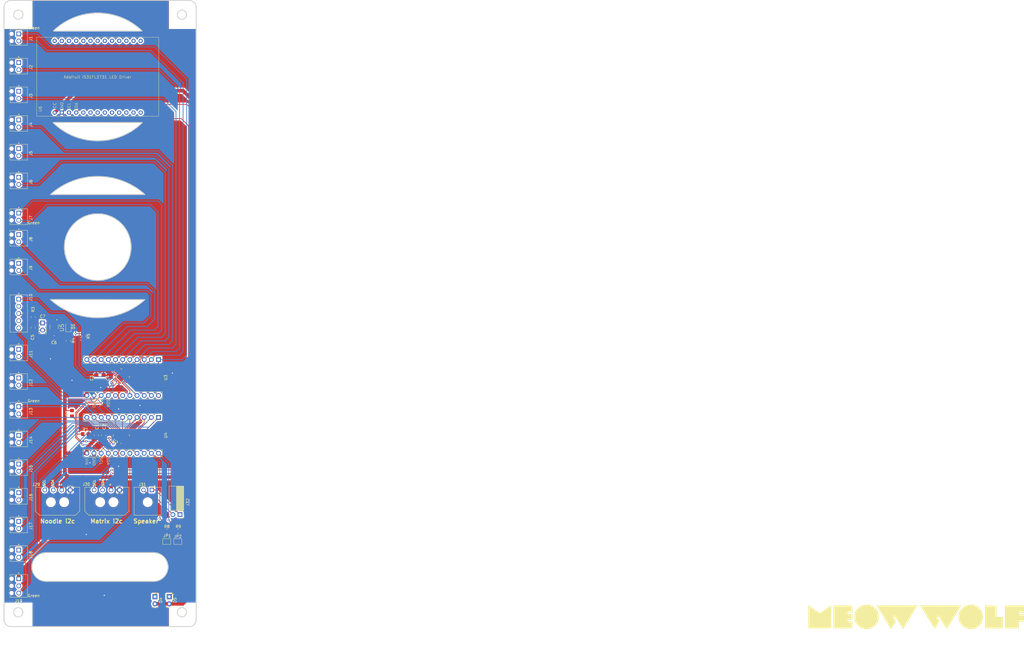
<source format=kicad_pcb>
(kicad_pcb (version 20221018) (generator pcbnew)
  (title_block (title "Darlu's Hand Scanner") (date "2024-08-03") (rev "v01") (company "Meow Wolf") (comment 1 "Daniel Bornhorst"))
  (layers (0 "F.Cu" signal) (31 "B.Cu" signal) (34 "B.Paste" user) (35 "F.Paste" user) (36 "B.SilkS" user "B.Silkscreen") (37 "F.SilkS" user "F.Silkscreen") (38 "B.Mask" user) (39 "F.Mask" user) (44 "Edge.Cuts" user))
  (net 0 "")
  (net 1 "VCC")
  (net 2 "GND")
  (net 3 "Net-(U5-SNSK)")
  (net 4 "Net-(U5-SNS)")
  (net 5 "Net-(D1-K)")
  (net 6 "NOOD_SDA")
  (net 7 "NOOD_SCL")
  (net 8 "MATRIX_SDA")
  (net 9 "MATRIX_SCL")
  (net 10 "Net-(J31-Pin_1)")
  (net 11 "Net-(J31-Pin_2)")
  (net 12 "P11_0")
  (net 13 "P11_2")
  (net 14 "P11_3")
  (net 15 "P01_0")
  (net 16 "P01_1")
  (net 17 "P01_2")
  (net 18 "P01_3")
  (net 19 "P01_4")
  (net 20 "P01_5")
  (net 21 "P01_6")
  (net 22 "P01_7")
  (net 23 "P11_4")
  (net 24 "P11_5")
  (net 25 "P11_6")
  (net 26 "P11_7")
  (net 28 "P12_0")
  (net 29 "P12_2")
  (net 30 "P12_3")
  (net 31 "P02_0")
  (net 32 "P02_1")
  (net 33 "P02_2")
  (net 34 "P02_3")
  (net 35 "P02_4")
  (net 36 "P02_5")
  (net 37 "P02_6")
  (net 38 "P02_7")
  (net 39 "P12_4")
  (net 40 "P12_5")
  (net 41 "P12_6")
  (net 42 "P12_7")
  (net 46 "P11_1")
  (net 49 "P12_1")
  (net 72 "Net-(D4-K)")
  (net 73 "Net-(D5-K)")
  (net 90 "CAP_WIRE")
  (footprint "Jumper:SolderJumper-2_P1.3mm_Open_TrianglePad1.0x1.5mm" (layer "F.Cu") (at 112.395 217.17)
    (fp_text reference "JP2")
    (fp_text value "SolderJumper_2_Open")
  )
  (footprint "my_footprints:MOLEX_MICROFIT-RA-2POS" (layer "F.Cu") (at 101.749 203.2)
    (fp_text reference "J31")
    (fp_text value "Speaker In")
  )
  (footprint "my_footprints:PHOENIX_1725656-2POS" (layer "F.Cu") (at 56.059 199.8472 -90)
    (fp_text reference "J16")
    (fp_text value "Phoenix _725656")
  )
  (footprint "my_footprints:SOT95P270X145-6N" (layer "F.Cu") (at 68.58 141.07 -90)
    (fp_text reference "U5")
    (fp_text value "AT42QT1010")
  )
  (footprint "my_footprints:PHOENIX_1725656-2POS" (layer "F.Cu") (at 56.059 47.4472 -90)
    (fp_text reference "J2")
    (fp_text value "Phoenix _725656")
  )
  (footprint "my_footprints:PHOENIX_1725656-2POS" (layer "F.Cu") (at 56.059 67.7672 -90)
    (fp_text reference "J4")
    (fp_text value "Phoenix _725656")
  )
  (footprint "Package_DFN_QFN:TQFN-24-1EP_4x4mm_P0.5mm_EP2.6x2.6mm" (layer "F.Cu") (at 92.409 179.5272 135)
    (fp_text reference "U2")
    (fp_text value "AW9523")
  )
  (footprint "Jumper:SolderJumper-2_P1.3mm_Open_TrianglePad1.0x1.5mm" (layer "F.Cu") (at 108.495 217.17)
    (fp_text reference "JP1")
    (fp_text value "SolderJumper_2_Open")
  )
  (footprint "LED_THT:LED_Rectangular_W5.0mm_H2.0mm" (layer "F.Cu") (at 104.319 236.6772 -90)
    (fp_text reference "D4")
    (fp_text value "LED_Small")
  )
  (footprint "Resistor_SMD:R_0805_2012Metric" (layer "F.Cu") (at 112.559 213.487)
    (fp_text reference "R9")
    (fp_text value "220")
  )
  (footprint "Resistor_SMD:R_0805_2012Metric" (layer "F.Cu") (at 73.66 146.05 90)
    (fp_text reference "R4")
    (fp_text value "1K")
  )
  (footprint "Capacitor_SMD:C_0805_2012Metric" (layer "F.Cu") (at 61.139 141.4272 -90)
    (fp_text reference "C5")
    (fp_text value "22nF")
  )
  (footprint "my_footprints:PHOENIX_1725656-2POS" (layer "F.Cu") (at 56.06 37.27 -90)
    (fp_text reference "J1")
    (fp_text value "Phoenix _725656")
  )
  (footprint "Resistor_SMD:R_0805_2012Metric" (layer "F.Cu") (at 108.5465 213.491)
    (fp_text reference "R8")
    (fp_text value "220")
  )
  (footprint "Resistor_SMD:R_0805_2012Metric_Pad1.20x1.40mm_HandSolder" (layer "F.Cu") (at 74.93 171.72 90)
    (fp_text reference "R2")
    (fp_text value "10k")
  )
  (footprint "my_footprints:PHOENIX_1725656-2POS" (layer "F.Cu") (at 56.059 77.9272 -90)
    (fp_text reference "J5")
    (fp_text value "Phoenix _725656")
  )
  (footprint "my_footprints:MOLEX_MICROFIT-RA-4POS" (layer "F.Cu") (at 87.274 203.2)
    (fp_text reference "J30")
    (fp_text value "Matrix i2c")
  )
  (footprint "my_footprints:PHOENIX_1725656-2POS" (layer "F.Cu") (at 56.059 189.6872 -90)
    (fp_text reference "J15")
    (fp_text value "Phoenix _725656")
  )
  (footprint "my_footprints:PHOENIX_1725685-5POS" (layer "F.Cu") (at 56.059 131.2672 -90)
    (fp_text reference "J10")
    (fp_text value "Phoenix_5POS_1725685")
  )
  (footprint "my_footprints:MOLEX_MICROFIT-RA-4POS" (layer "F.Cu") (at 69.799 203.2)
    (fp_text reference "J29")
    (fp_text value "n00d i2c")
  )
  (footprint "my_footprints:Adafruit IS31FL3731 LED Driver" (layer "F.Cu") (at 82.76 52.46 90)
    (fp_text reference "U6")
    (fp_text value "IS31FL3731 LED Driver")
  )
  (footprint "my_footprints:PHOENIX_1725656-2POS" (layer "F.Cu") (at 56.059 88.0872 -90)
    (fp_text reference "J6")
    (fp_text value "Phoenix _725656")
  )
  (footprint "Resistor_SMD:R_0805_2012Metric" (layer "F.Cu") (at 61.139 137.6172 90)
    (fp_text reference "R3")
    (fp_text value "10K")
  )
  (footprint "my_footprints:PHOENIX_1725656-2POS" (layer "F.Cu") (at 56.059 169.3672 -90)
    (fp_text reference "J13")
    (fp_text value "Phoenix _725656")
  )
  (footprint "Resistor_SMD:R_0805_2012Metric" (layer "F.Cu") (at 79.0975 144.4225 -90)
    (fp_text reference "R5")
    (fp_text value "10K")
  )
  (footprint "my_footprints:PHOENIX_1725656-2POS" (layer "F.Cu") (at 56.059 118.5672 -90)
    (fp_text reference "J9")
    (fp_text value "Phoenix _725656")
  )
  (footprint "my_footprints:PHOENIX_1725656-2POS" (layer "F.Cu") (at 56.059 100.7872 -90)
    (fp_text reference "J7")
    (fp_text value "Phoenix _725656")
  )
  (footprint "my_footprints:PHOENIX_1725656-2POS" (layer "F.Cu") (at 56.059 57.6072 -90)
    (fp_text reference "J3")
    (fp_text value "Phoenix _725656")
  )
  (footprint "my_footprints:PHOENIX_1725656-2POS" (layer "F.Cu") (at 56.059 159.2072 -90)
    (fp_text reference "J12")
    (fp_text value "Phoenix _725656")
  )
  (footprint "my_footprints:PHOENIX_1725669-3POS" (layer "F.Cu") (at 52.959 228.8272 -90)
    (fp_text reference "J19")
    (fp_text value "Phoenix_3POS_1725669")
  )
  (footprint "my_footprints:Adafruit_AW9523_GPIO_Expander" (layer "F.Cu") (at 94.159 159.04713 -90)
    (fp_text reference "U3")
    (fp_text value "AW9523 Expander")
  )
  (footprint "LED_SMD:LED_0805_2012Metric_Pad1.15x1.40mm_HandSolder" (layer "F.Cu") (at 73.66 140.97 90)
    (fp_text reference "D1")
    (fp_text value "LED_Small")
  )
  (footprint "Package_DFN_QFN:TQFN-24-1EP_4x4mm_P0.5mm_EP2.6x2.6mm" (layer "F.Cu") (at 92.409 158.82713 135)
    (fp_text reference "U1")
    (fp_text value "AW9523")
  )
  (footprint "Connector_PinHeader_2.54mm:PinHeader_1x02_P2.54mm_Vertical" (layer "F.Cu") (at 64.516 139.7)
    (fp_text reference "C7")
    (fp_text value "22nF")
  )
  (footprint "Capacitor_SMD:C_0805_2012Metric" (layer "F.Cu") (at 68.58 144.98 180)
    (fp_text reference "C6")
    (fp_text value "0.1uF")
  )
  (footprint "my_footprints:PHOENIX_1725656-2POS" (layer "F.Cu") (at 56.059 210.0072 -90)
    (fp_text reference "J17")
    (fp_text value "Phoenix _725656")
  )
  (footprint "Capacitor_SMD:C_0805_2012Metric_Pad1.18x1.45mm_HandSolder" (layer "F.Cu") (at 83.566 179.5057 90)
    (fp_text reference "C1")
    (fp_text value "10uF")
  )
  (footprint "Capacitor_SMD:C_0805_2012Metric_Pad1.18x1.45mm_HandSolder" (layer "F.Cu") (at 83.566 159.2365 90)
    (fp_text reference "C3")
    (fp_text value "10uF")
  )
  (footprint "my_footprints:PHOENIX_1725656-2POS" (layer "F.Cu") (at 56.059 179.5272 -90)
    (fp_text reference "J14")
    (fp_text value "Phoenix _725656")
  )
  (footprint "MeowWolf_Logos:MW_Logo_Horizontal_3.0inch" (layer "F.Cu") (at 374.015 243.84)
    (fp_text reference "G***" hide)
    (fp_text value "LOGO" hide)
  )
  (footprint "my_footprints:Adafruit_AW9523_GPIO_Expander" (layer "F.Cu") (at 94.159 179.5272 -90)
    (fp_text reference "U4")
    (fp_text value "AW9523 Expander")
  )
  (footprint "Capacitor_SMD:C_0805_2012Metric_Pad1.18x1.45mm_HandSolder" (layer "F.Cu") (at 86.106 179.5057 90)
    (fp_text reference "C2")
    (fp_text value "0.1uF")
  )
  (footprint "Connector_PinSocket_2.54mm:PinSocket_1x02_P2.54mm_Horizontal" (layer "F.Cu") (at 113.209 207.6 -90)
    (fp_text reference "J32")
    (fp_text value "Speaker")
  )
  (footprint "Resistor_SMD:R_0805_2012Metric_Pad1.20x1.40mm_HandSolder" (layer "F.Cu") (at 79.74 179.07)
    (fp_text reference "R1")
    (fp_text value "10k")
  )
  (footprint "Capacitor_SMD:C_0805_2012Metric_Pad1.18x1.45mm_HandSolder" (layer "F.Cu") (at 86.106 159.2365 90)
    (fp_text reference "C4")
    (fp_text value "0.1uF")
  )
  (footprint "my_footprints:PHOENIX_1725656-2POS" (layer "F.Cu") (at 56.059 149.0472 -90)
    (fp_text reference "J11")
    (fp_text value "Phoenix _725656")
  )
  (footprint "my_footprints:PHOENIX_1725656-2POS" (layer "F.Cu") (at 56.059 220.1672 -90)
    (fp_text reference "J18")
    (fp_text value "Phoenix _725656")
  )
  (footprint "my_footprints:PHOENIX_1725656-2POS" (layer "F.Cu") (at 56.059 108.4072 -90)
    (fp_text reference "J8")
    (fp_text value "Phoenix _725656")
  )
  (footprint "LED_THT:LED_Rectangular_W5.0mm_H2.0mm" (layer "F.Cu") (at 109.399 236.6772 -90)
    (fp_text reference "D5")
    (fp_text value "LED_Small")
  )
  (gr_line (start 68.208218 68.681076) (end 99.839232 68.713621) (stroke (width 0.25)) (layer "Edge.Cuts"))
  (gr_circle (center 84.040363 112.815858) (end 95.825963 112.815858) (stroke (width 0.25)) (fill none) (layer "Edge.Cuts"))
  (gr_curve (pts (xy 53.362626 247.2944) (xy 51.959822 247.2944) (xy 50.822626 246.157204) (xy 50.822626 244.7544)) (stroke (width 0.25)) (layer "Edge.Cuts"))
  (gr_line (start 116.405426 247.2944) (end 53.362626 247.2944) (stroke (width 0.25)) (layer "Edge.Cuts"))
  (gr_line (start 118.945426 244.7544) (end 118.945426 27.94) (stroke (width 0.25)) (layer "Edge.Cuts"))
  (gr_curve (pts (xy 103.851279 221.087215) (xy 106.656886 221.087215) (xy 108.931279 223.361608) (xy 108.931279 226.167215)) (stroke (width 0.25)) (layer "Edge.Cuts"))
  (gr_curve (pts (xy 99.74552 36.249771) (xy 90.982608 27.794923) (xy 77.099027 27.794667) (xy 68.335804 36.249193)) (stroke (width 0.25)) (layer "Edge.Cuts"))
  (gr_circle (center 55.902626 30.48) (end 57.540926 30.48) (stroke (width 0.25)) (fill none) (layer "Edge.Cuts"))
  (gr_circle (center 84.040363 112.815858) (end 95.825963 112.815858) (stroke (width 0.25)) (fill none) (layer "Edge.Cuts"))
  (gr_curve (pts (xy 50.822626 27.94) (xy 50.822626 26.537197) (xy 51.959822 25.4) (xy 53.362626 25.4)) (stroke (width 0.25)) (layer "Edge.Cuts"))
  (gr_circle (center 113.865426 242.2144) (end 115.503726 242.2144) (stroke (width 0.25)) (fill none) (layer "Edge.Cuts"))
  (gr_curve (pts (xy 118.945426 244.7544) (xy 118.945426 246.157204) (xy 117.808229 247.2944) (xy 116.405426 247.2944)) (stroke (width 0.25)) (layer "Edge.Cuts"))
  (gr_circle (center 113.865426 30.48) (end 115.503726 30.48) (stroke (width 0.25)) (fill none) (layer "Edge.Cuts"))
  (gr_line (start 100.73241 131.45254) (end 67.31 131.418152) (stroke (width 0.25)) (layer "Edge.Cuts"))
  (gr_curve (pts (xy 65.802079 231.247215) (xy 62.996473 231.247215) (xy 60.722079 228.972821) (xy 60.722079 226.167215)) (stroke (width 0.25)) (layer "Edge.Cuts"))
  (gr_line (start 53.362626 247.2944) (end 116.405426 247.2944) (stroke (width 0.25)) (layer "Edge.Cuts"))
  (gr_line (start 50.822626 27.94) (end 50.822626 244.7544) (stroke (width 0.25)) (layer "Edge.Cuts"))
  (gr_line (start 100.73241 94.179176) (end 67.31 94.213565) (stroke (width 0.25)) (layer "Edge.Cuts"))
  (gr_curve (pts (xy 68.208218 68.681076) (xy 76.990196 77.288129) (xy 91.03956 77.302584) (xy 99.839232 68.713621)) (stroke (width 0.25)) (layer "Edge.Cuts"))
  (gr_curve (pts (xy 60.722079 226.167215) (xy 60.722079 223.361608) (xy 62.996473 221.087215) (xy 65.802079 221.087215)) (stroke (width 0.25)) (layer "Edge.Cuts"))
  (gr_curve (pts (xy 67.31 131.418152) (xy 76.808246 139.960599) (xy 91.216605 139.975424) (xy 100.73241 131.45254)) (stroke (width 0.25)) (layer "Edge.Cuts"))
  (gr_curve (pts (xy 108.931279 226.167215) (xy 108.931279 223.361608) (xy 106.656886 221.087215) (xy 103.851279 221.087215)) (stroke (width 0.25)) (layer "Edge.Cuts"))
  (gr_line (start 50.822626 244.7544) (end 50.822626 27.94) (stroke (width 0.25)) (layer "Edge.Cuts"))
  (gr_line (start 103.851279 221.087215) (end 65.802079 221.087215) (stroke (width 0.25)) (layer "Edge.Cuts"))
  (gr_curve (pts (xy 99.839232 68.713621) (xy 91.03956 77.302584) (xy 76.990196 77.288129) (xy 68.208218 68.681076)) (stroke (width 0.25)) (layer "Edge.Cuts"))
  (gr_curve (pts (xy 50.822626 244.7544) (xy 50.822626 246.157204) (xy 51.959822 247.2944) (xy 53.362626 247.2944)) (stroke (width 0.25)) (layer "Edge.Cuts"))
  (gr_circle (center 113.865426 30.48) (end 115.503726 30.48) (stroke (width 0.25)) (fill none) (layer "Edge.Cuts"))
  (gr_line (start 99.839232 68.713621) (end 68.208218 68.681076) (stroke (width 0.25)) (layer "Edge.Cuts"))
  (gr_circle (center 55.902626 30.48) (end 57.540926 30.48) (stroke (width 0.25)) (fill none) (layer "Edge.Cuts"))
  (gr_line (start 53.362626 25.4) (end 116.405426 25.4) (stroke (width 0.25)) (layer "Edge.Cuts"))
  (gr_line (start 68.335804 36.249193) (end 99.74552 36.249771) (stroke (width 0.25)) (layer "Edge.Cuts"))
  (gr_line (start 65.802079 221.087215) (end 103.851279 221.087215) (stroke (width 0.25)) (layer "Edge.Cuts"))
  (gr_curve (pts (xy 60.722079 226.167215) (xy 60.722079 228.972821) (xy 62.996473 231.247215) (xy 65.802079 231.247215)) (stroke (width 0.25)) (layer "Edge.Cuts"))
  (gr_line (start 67.31 94.213565) (end 100.73241 94.179176) (stroke (width 0.25)) (layer "Edge.Cuts"))
  (gr_curve (pts (xy 100.73241 94.179176) (xy 91.216605 85.656293) (xy 76.808246 85.671118) (xy 67.31 94.213565)) (stroke (width 0.25)) (layer "Edge.Cuts"))
  (gr_curve (pts (xy 67.31 131.418152) (xy 76.808246 139.960599) (xy 91.216605 139.975424) (xy 100.73241 131.45254)) (stroke (width 0.25)) (layer "Edge.Cuts"))
  (gr_curve (pts (xy 116.405426 25.4) (xy 117.808229 25.4) (xy 118.945426 26.537197) (xy 118.945426 27.94)) (stroke (width 0.25)) (layer "Edge.Cuts"))
  (gr_curve (pts (xy 99.74552 36.249771) (xy 90.982608 27.794923) (xy 77.099027 27.794667) (xy 68.335804 36.249193)) (stroke (width 0.25)) (layer "Edge.Cuts"))
  (gr_curve (pts (xy 116.405426 247.2944) (xy 117.808229 247.2944) (xy 118.945426 246.157204) (xy 118.945426 244.7544)) (stroke (width 0.25)) (layer "Edge.Cuts"))
  (gr_line (start 103.851279 231.247215) (end 65.802079 231.247215) (stroke (width 0.25)) (layer "Edge.Cuts"))
  (gr_circle (center 113.865426 242.2144) (end 115.503726 242.2144) (stroke (width 0.25)) (fill none) (layer "Edge.Cuts"))
  (gr_line (start 118.945426 27.94) (end 118.945426 244.7544) (stroke (width 0.25)) (layer "Edge.Cuts"))
  (gr_curve (pts (xy 103.851279 231.247215) (xy 106.656886 231.247215) (xy 108.931279 228.972821) (xy 108.931279 226.167215)) (stroke (width 0.25)) (layer "Edge.Cuts"))
  (gr_line (start 100.73241 131.45254) (end 67.31 131.418152) (stroke (width 0.25)) (layer "Edge.Cuts"))
  (gr_curve (pts (xy 65.802079 221.087215) (xy 62.996473 221.087215) (xy 60.722079 223.361608) (xy 60.722079 226.167215)) (stroke (width 0.25)) (layer "Edge.Cuts"))
  (gr_curve (pts (xy 67.31 94.213565) (xy 76.808246 85.671118) (xy 91.216605 85.656293) (xy 100.73241 94.179176)) (stroke (width 0.25)) (layer "Edge.Cuts"))
  (gr_curve (pts (xy 118.945426 27.94) (xy 118.945426 26.537197) (xy 117.808229 25.4) (xy 116.405426 25.4)) (stroke (width 0.25)) (layer "Edge.Cuts"))
  (gr_circle (center 55.902626 242.2144) (end 57.540926 242.2144) (stroke (width 0.25)) (fill none) (layer "Edge.Cuts"))
  (gr_curve (pts (xy 108.931279 226.167215) (xy 108.931279 228.972821) (xy 106.656886 231.247215) (xy 103.851279 231.247215)) (stroke (width 0.25)) (layer "Edge.Cuts"))
  (gr_curve (pts (xy 53.362626 25.4) (xy 51.959822 25.4) (xy 50.822626 26.537197) (xy 50.822626 27.94)) (stroke (width 0.25)) (layer "Edge.Cuts"))
  (gr_line (start 65.802079 231.247215) (end 103.851279 231.247215) (stroke (width 0.25)) (layer "Edge.Cuts"))
  (gr_line (start 68.335804 36.249193) (end 99.74552 36.249771) (stroke (width 0.25)) (layer "Edge.Cuts"))
  (gr_circle (center 55.902626 242.2144) (end 57.540926 242.2144) (stroke (width 0.25)) (fill none) (layer "Edge.Cuts"))
  (gr_line (start 116.405426 25.4) (end 53.362626 25.4) (stroke (width 0.25)) (layer "Edge.Cuts"))
  (gr_text "Green" (at 59.16 35.77) (layer "F.SilkS") (effects (font (size 1 1)) (justify left bottom)))
  (gr_text "Matrix i2c\n" (at 81.28 210.82) (layer "F.SilkS") (effects (font (size 1.5 1.5) (thickness 0.3) bold) (justify left bottom)))
  (gr_text "Green" (at 59.159 236.9072) (layer "F.SilkS") (effects (font (size 1 1)) (justify left bottom)))
  (gr_text "SCL" (at 65.532 197.612 90) (layer "F.SilkS") (effects (font (size 0.8001 0.8001) (thickness 0.1905) bold) (justify left bottom)))
  (gr_text "+\n" (at 71.628 197.612 90) (layer "F.SilkS") (effects (font (size 0.8001 0.8001) (thickness 0.1905) bold) (justify left bottom)))
  (gr_text "SDA" (at 68.58 197.612 90) (layer "F.SilkS") (effects (font (size 0.8001 0.8001) (thickness 0.1905) bold) (justify left bottom)))
  (gr_text "Speaker\n" (at 96.52 210.82) (layer "F.SilkS") (effects (font (size 1.5 1.5) (thickness 0.3) bold) (justify left bottom)))
  (gr_text "Green" (at 59.159 167.8672) (layer "F.SilkS") (effects (font (size 1 1)) (justify left bottom)))
  (gr_text "+\n" (at 88.9 197.612 90) (layer "F.SilkS") (effects (font (size 0.8001 0.8001) (thickness 0.1905) bold) (justify left bottom)))
  (gr_text "Green" (at 59.159 104.8272) (layer "F.SilkS") (effects (font (size 1 1)) (justify left bottom)))
  (gr_text "SCL" (at 83.312 197.612 90) (layer "F.SilkS") (effects (font (size 0.8001 0.8001) (thickness 0.1905) bold) (justify left bottom)))
  (gr_text "SDA" (at 86.36 197.612 90) (layer "F.SilkS") (effects (font (size 0.8001 0.8001) (thickness 0.1905) bold) (justify left bottom)))
  (gr_text "Noodle i2c" (at 63.5 210.82) (layer "F.SilkS") (effects (font (size 1.5 1.5) (thickness 0.3) bold) (justify left bottom)))
  (segment (start 118.210426 187.097574) (end 118.210426 61.341) (width 1.27) (layer "F.Cu") (net 1))
  (segment (start 89.668956 162.045044) (end 90.764977 160.949023) (width 0.254) (layer "F.Cu") (net 1))
  (segment (start 73.533 194.31) (end 72.39 193.167) (width 1.27) (layer "F.Cu") (net 1))
  (segment (start 56.059 225.881) (end 78.74 203.2) (width 1.27) (layer "F.Cu") (net 1))
  (segment (start 80.74 179.8) (end 82.5246 181.5846) (width 0.254) (layer "F.Cu") (net 1))
  (segment (start 71.299 196.544) (end 73.533 194.31) (width 1.27) (layer "F.Cu") (net 1))
  (segment (start 78.74 194.31) (end 88.773 194.31) (width 1.27) (layer "F.Cu") (net 1))
  (segment (start 72.39 170.18) (end 72.39 165.1) (width 1.27) (layer "F.Cu") (net 1))
  (segment (start 72.39 193.167) (end 72.39 185.42) (width 1.27) (layer "F.Cu") (net 1))
  (segment (start 90.551 181.031647) (end 90.96827 180.614377) (width 0.254) (layer "F.Cu") (net 1))
  (segment (start 72.39 150.4582) (end 69.53 147.5982) (width 1.27) (layer "F.Cu") (net 1))
  (segment (start 118.210426 61.341) (end 114.273426 57.404) (width 1.27) (layer "F.Cu") (net 1))
  (segment (start 90.551 181.61) (end 90.551 181.031647) (width 0.254) (layer "F.Cu") (net 1))
  (segment (start 110.998 194.31) (end 118.210426 187.097574) (width 1.27) (layer "F.Cu") (net 1))
  (segment (start 117.195 236.189868) (end 114.167668 239.2172) (width 1.27) (layer "F.Cu") (net 1))
  (segment (start 89.535 182.626) (end 90.551 181.61) (width 0.254) (layer "F.Cu") (net 1))
  (segment (start 88.773 194.31) (end 110.998 194.31) (width 1.27) (layer "F.Cu") (net 1))
  (segment (start 88.865093 180.5432) (end 90.259749 179.148544) (width 0.254) (layer "F.Cu") (net 1))
  (segment (start 72.8472 185.8772) (end 80.189 185.8772) (width 1.27) (layer "F.Cu") (net 1))
  (segment (start 72.39 165.1) (end 72.68713 165.39713) (width 1.27) (layer "F.Cu") (net 1))
  (segment (start 68.58 142.24) (end 68.58 144.03) (width 0.2) (layer "F.Cu") (net 1))
  (segment (start 110.998 194.31) (end 117.195 200.507) (width 1.27) (layer "F.Cu") (net 1))
  (segment (start 88.774 198.88) (end 88.774 194.311) (width 1.27) (layer "F.Cu") (net 1))
  (segment (start 114.167668 239.2172) (end 109.399 239.2172) (width 1.27) (layer "F.Cu") (net 1))
  (segment (start 90.764977 160.1176) (end 90.96827 159.914307) (width 0.254) (layer "F.Cu") (net 1))
  (segment (start 72.39 185.42) (end 72.39 170.18) (width 1.27) (layer "F.Cu") (net 1))
  (segment (start 83.566 160.274) (end 86.106 160.274) (width 1.27) (layer "F.Cu") (net 1))
  (segment (start 80.189 183.9202) (end 82.5246 181.5846) (width 1.27) (layer "F.Cu") (net 1))
  (segment (start 117.195 200.507) (end 117.195 236.189868) (width 1.27) (layer "F.Cu") (net 1))
  (segment (start 104.319 239.2172) (end 109.399 239.2172) (width 1.27) (layer "F.Cu") (net 1))
  (segment (start 91.347767 160.949023) (end 91.675377 160.621413) (width 0.254) (layer "F.Cu") (net 1))
  (segment (start 73.533 194.31) (end 78.74 194.31) (width 1.27) (layer "F.Cu") (net 1))
  (segment (start 90.551 181.61) (end 91.38686 181.61) (width 0.254) (layer "F.Cu") (net 1))
  (segment (start 83.566 180.5432) (end 86.106 180.5432) (width 1.27) (layer "F.Cu") (net 1))
  (segment (start 80.189 185.8772) (end 80.189 183.9202) (width 1.27) (layer "F.Cu") (net 1))
  (segment (start 86.106 180.5432) (end 88.865093 180.5432) (width 0.254) (layer "F.Cu") (net 1))
  (segment (start 72.93 170.72) (end 72.39 170.18) (width 0.254) (layer "F.Cu") (net 1))
  (segment (start 72.39 165.1) (end 72.39 150.4582) (width 1.27) (layer "F.Cu") (net 1))
  (segment (start 87.877044 162.045044) (end 89.668956 162.045044) (width 0.254) (layer "F.Cu") (net 1))
  (segment (start 71.299 198.5772) (end 71.299 196.544) (width 1.27) (layer "F.Cu") (net 1))
  (segment (start 68.58 144.03) (end 69.53 144.98) (width 0.2) (layer "F.Cu") (net 1))
  (segment (start 74.93 170.72) (end 72.93 170.72) (width 0.254) (layer "F.Cu") (net 1))
  (segment (start 114.273426 57.404) (end 76.546 57.404) (width 1.27) (layer "F.Cu") (net 1))
  (segment (start 90.764977 160.949023) (end 90.764977 160.1176) (width 0.254) (layer "F.Cu") (net 1))
  (segment (start 72.39 185.42) (end 72.8472 185.8772) (width 1.27) (layer "F.Cu") (net 1))
  (segment (start 76.546 57.404) (end 68.79 65.16) (width 1.27) (layer "F.Cu") (net 1))
  (segment (start 72.68713 165.39713) (end 80.189 165.39713) (width 1.27) (layer "F.Cu") (net 1))
  (segment (start 69.53 147.5982) (end 69.53 144.98) (width 1.27) (layer "F.Cu") (net 1))
  (segment (start 91.38686 181.61) (end 91.675377 181.321483) (width 0.254) (layer "F.Cu") (net 1))
  (segment (start 86.106 160.274) (end 87.877044 162.045044) (width 0.254) (layer "F.Cu") (net 1))
  (segment (start 80.189 163.651) (end 83.566 160.274) (width 1.27) (layer "F.Cu") (net 1))
  (segment (start 80.74 179.07) (end 80.74 179.8) (width 0.254) (layer "F.Cu") (net 1))
  (segment (start 56.059 230.3272) (end 56.059 225.881) (width 1.27) (layer "F.Cu") (net 1))
  (segment (start 90.764977 160.949023) (end 91.347767 160.949023) (width 0.254) (layer "F.Cu") (net 1))
  (segment (start 69.53 142.24) (end 68.58 142.24) (width 0.2) (layer "F.Cu") (net 1))
  (segment (start 82.5246 181.5846) (end 83.566 180.5432) (width 1.27) (layer "F.Cu") (net 1))
  (segment (start 78.74 203.2) (end 78.74 194.31) (width 1.27) (layer "F.Cu") (net 1))
  (segment (start 80.189 165.39713) (end 80.189 163.651) (width 1.27) (layer "F.Cu") (net 1))
  (segment (start 88.774 194.311) (end 88.773 194.31) (width 1.27) (layer "F.Cu") (net 1))
  (via (at 89.535 182.626) (size 0.8) (drill 0.4) (layers "F.Cu" "B.Cu") (net 1))
  (via (at 88.138 180.5432) (size 0.8) (drill 0.4) (layers "F.Cu" "B.Cu") (net 1))
  (segment (start 88.138 180.5432) (end 88.138 181.229) (width 0.254) (layer "B.Cu") (net 1))
  (segment (start 88.138 181.229) (end 89.535 182.626) (width 0.254) (layer "B.Cu") (net 1))
  (segment (start 97.79 175.26) (end 99.06 173.99) (width 0.254) (layer "F.Cu") (net 2))
  (segment (start 92.409 179.5272) (end 92.762553 179.5272) (width 0.254) (layer "F.Cu") (net 2))
  (segment (start 92.02893 160.974967) (end 91.44 161.563897) (width 0.254) (layer "F.Cu") (net 2))
  (segment (start 97.029753 175.26) (end 97.79 175.26) (width 0.254) (layer "F.Cu") (net 2))
  (segment (start 110.49 153.67) (end 110.49 157.48) (width 0.254) (layer "F.Cu") (net 2))
  (segment (start 78.74 156.21) (end 74.93 160.02) (width 0.254) (layer "F.Cu") (net 2))
  (segment (start 92.409 158.82713) (end 92.762553 158.82713) (width 0.254) (layer "F.Cu") (net 2))
  (segment (start 81.28 156.21) (end 78.74 156.21) (width 0.254) (layer "F.Cu") (net 2))
  (segment (start 93.84973 178.440023) (end 97.029753 175.26) (width 0.254) (layer "F.Cu") (net 2))
  (segment (start 90.261163 158.44706) (end 88.024103 156.21) (width 0.254) (layer "F.Cu") (net 2))
  (segment (start 101.823021 149.86) (end 106.68 149.86) (width 0.254) (layer "F.Cu") (net 2))
  (segment (start 82.729 185.8772) (end 82.729 187.781) (width 1.27) (layer "F.Cu") (net 2))
  (segment (start 92.02893 181.675037) (end 91.44 182.263967) (width 0.254) (layer "F.Cu") (net 2))
  (segment (start 88.024103 156.21) (end 81.28 156.21) (width 0.254) (layer "F.Cu") (net 2))
  (segment (start 91.44 182.263967) (end 91.44 190.5) (width 0.254) (layer "F.Cu") (net 2))
  (segment (start 82.729 187.781) (end 81.28 189.23) (width 1.27) (layer "F.Cu") (net 2))
  (segment (start 92.762553 158.82713) (end 93.84973 157.739953) (width 0.254) (layer "F.Cu") (net 2))
  (segment (start 99.06 173.99) (end 99.06 168.91) (width 0.254) (layer "F.Cu") (net 2))
  (segment (start 96.2406 156.9974) (end 99.106068 154.131932) (width 0.254) (layer "F.Cu") (net 2))
  (segment (start 92.762553 179.5272) (end 93.84973 178.440023) (width 0.254) (layer "F.Cu") (net 2))
  (segment (start 91.44 161.563897) (end 91.44 170.18) (width 0.254) (layer "F.Cu") (net 2))
  (segment (start 106.68 149.86) (end 110.49 153.67) (width 0.254) (layer "F.Cu") (net 2))
  (segment (start 94.592283 156.9974) (end 96.2406 156.9974) (width 0.254) (layer "F.Cu") (net 2))
  (segment (start 99.106068 152.576953) (end 101.823021 149.86) (width 0.254) (layer "F.Cu") (net 2))
  (segment (start 99.106068 154.131932) (end 99.106068 152.576953) (width 0.254) (layer "F.Cu") (net 2))
  (segment (start 93.84973 157.739953) (end 94.592283 156.9974) (width 0.254) (layer "F.Cu") (net 2))
  (via (at 67.31 152.4) (size 0.8) (drill 0.4) (layers "F.Cu" "B.Cu") (net 2))
  (via (at 85.09 162.56) (size 0.8) (drill 0.4) (layers "F.Cu" "B.Cu") (net 2))
  (via (at 91.44 170.18) (size 0.8) (drill 0.4) (layers "F.Cu" "B.Cu") (net 2))
  (via (at 110.49 157.48) (size 0.8) (drill 0.4) (layers "F.Cu" "B.Cu") (net 2))
  (via (at 99.06 168.91) (size 0.8) (drill 0.4) (layers "F.Cu" "B.Cu") (net 2))
  (via (at 80.01 214.63) (size 0.8) (drill 0.4) (layers "F.Cu" "B.Cu") (net 2))
  (via (at 91.44 190.5) (size 0.8) (drill 0.4) (layers "F.Cu" "B.Cu") (net 2))
  (via (at 74.93 160.02) (size 0.8) (drill 0.4) (layers "F.Cu" "B.Cu") (net 2))
  (via (at 81.28 189.23) (size 0.8) (drill 0.4) (layers "F.Cu" "B.Cu") (net 2))
  (via (at 86.36 236.22) (size 0.8) (drill 0.4) (layers "F.Cu" "B.Cu") (net 2))
  (segment (start 69.73187 152.4) (end 67.31 152.4) (width 1.27) (layer "B.Cu") (net 2))
  (segment (start 82.729 165.39713) (end 69.73187 152.4) (width 1.27) (layer "B.Cu") (net 2))
  (segment (start 64.516 139.7) (end 63.246 139.7) (width 0.254) (layer "F.Cu") (net 3))
  (segment (start 67.43 139.7) (end 67.63 139.9) (width 0.254) (layer "F.Cu") (net 3))
  (segment (start 61.139 140.4772) (end 61.139 138.5297) (width 0.254) (layer "F.Cu") (net 3))
  (segment (start 63.246 139.7) (end 62.4688 140.4772) (width 0.254) (layer "F.Cu") (net 3))
  (segment (start 64.516 139.7) (end 67.43 139.7) (width 0.254) (layer "F.Cu") (net 3))
  (segment (start 62.4688 140.4772) (end 61.139 140.4772) (width 0.254) (layer "F.Cu") (net 3))
  (segment (start 61.2762 142.24) (end 61.139 142.3772) (width 0.254) (layer "F.Cu") (net 4))
  (segment (start 64.516 142.24) (end 61.2762 142.24) (width 0.254) (layer "F.Cu") (net 4))
  (segment (start 64.516 142.24) (end 67.63 142.24) (width 0.254) (layer "F.Cu") (net 4))
  (segment (start 73.66 141.995) (end 73.66 145.1375) (width 0.254) (layer "F.Cu") (net 5))
  (segment (start 78.74 179.07) (end 76.654 179.07) (width 0.254) (layer "F.Cu") (net 6))
  (segment (start 78.112052 181.61) (end 76.654 180.151948) (width 0.254) (layer "F.Cu") (net 6))
  (segment (start 80.01 181.61) (end 78.112052 181.61) (width 0.254) (layer "F.Cu") (net 6))
  (segment (start 89.409044 160.766426) (end 90.614717 159.560753) (width 0.254) (layer "F.Cu") (net 6))
  (segment (start 90.614717 180.260823) (end 87.809 183.06654) (width 0.2) (layer "F.Cu") (net 6))
  (segment (start 76.654 180.151948) (end 76.654 179.07) (width 0.254) (layer "F.Cu") (net 6))
  (segment (start 85.11213 168.094) (end 87.809 165.39713) (width 0.254) (layer "F.Cu") (net 6))
  (segment (start 76.654 179.07) (end 76.654 177.8) (width 0.254) (layer "F.Cu") (net 6))
  (segment (start 87.809 183.06654) (end 87.809 185.8772) (width 0.2) (layer "F.Cu") (net 6))
  (segment (start 89.409044 161.418044) (end 89.409044 160.766426) (width 0.254) (layer "F.Cu") (net 6))
  (segment (start 76.654 171.638052) (end 80.198052 168.094) (width 0.254) (layer "F.Cu") (net 6))
  (segment (start 80.198052 168.094) (end 85.11213 168.094) (width 0.254) (layer "F.Cu") (net 6))
  (segment (start 76.654 177.8) (end 76.654 171.638052) (width 0.254) (layer "F.Cu") (net 6))
  (via (at 89.409044 161.418044) (size 0.8) (drill 0.4) (layers "F.Cu" "B.Cu") (net 6))
  (via (at 80.01 181.61) (size 0.8) (drill 0.4) (layers "F.Cu" "B.Cu") (net 6))
  (segment (start 85.09 193.04) (end 87.809 190.321) (width 0.254) (layer "B.Cu") (net 6))
  (segment (start 87.809 190.321) (end 87.809 185.8772) (width 0.254) (layer "B.Cu") (net 6))
  (segment (start 89.409044 163.797086) (end 89.409044 161.418044) (width 0.254) (layer "B.Cu") (net 6))
  (segment (start 73.8362 193.04) (end 85.09 193.04) (width 0.254) (layer "B.Cu") (net 6))
  (segment (start 87.809 165.39713) (end 89.409044 163.797086) (width 0.254) (layer "B.Cu") (net 6))
  (segment (start 68.299 198.5772) (end 73.8362 193.04) (width 0.254) (layer "B.Cu") (net 6))
  (segment (start 83.5418 181.61) (end 80.01 181.61) (width 0.254) (layer "B.Cu") (net 6))
  (segment (start 87.809 185.8772) (end 83.5418 181.61) (width 0.254) (layer "B.Cu") (net 6))
  (segment (start 76.2 173.99) (end 76.2 171.45) (width 0.254) (layer "F.Cu") (net 7))
  (segment (start 76.2 180.34) (end 76.2 173.99) (width 0.254) (layer "F.Cu") (net 7))
  (segment (start 85.269 184.899433) (end 85.269 185.8772) (width 0.2) (layer "F.Cu") (net 7))
  (segment (start 88.773 160.782) (end 88.773 160.695363) (width 0.254) (layer "F.Cu") (net 7))
  (segment (start 83.02613 167.64) (end 85.269 165.39713) (width 0.254) (layer "F.Cu") (net 7))
  (segment (start 88.773 160.695363) (end 90.261163 159.2072) (width 0.254) (layer "F.Cu") (net 7))
  (segment (start 80.01 167.64) (end 83.02613 167.64) (width 0.254) (layer "F.Cu") (net 7))
  (segment (start 76.2 171.45) (end 80.01 167.64) (width 0.254) (layer "F.Cu") (net 7))
  (segment (start 74.93 172.72) (end 76.2 173.99) (width 0.254) (layer "F.Cu") (net 7))
  (segment (start 78.74 182.88) (end 76.2 180.34) (width 0.254) (layer "F.Cu") (net 7))
  (segment (start 90.261163 179.90727) (end 85.269 184.899433) (width 0.2) (layer "F.Cu") (net 7))
  (via (at 88.773 160.782) (size 0.8) (drill 0.4) (layers "F.Cu" "B.Cu") (net 7))
  (via (at 78.74 182.88) (size 0.8) (drill 0.4) (layers "F.Cu" "B.Cu") (net 7))
  (segment (start 65.299 198.5772) (end 72.1062 191.77) (width 0.254) (layer "B.Cu") (net 7))
  (segment (start 85.269 189.051) (end 85.269 185.8772) (width 0.254) (layer "B.Cu") (net 7))
  (segment (start 82.55 191.77) (end 85.269 189.051) (width 0.254) (layer "B.Cu") (net 7))
  (segment (start 88.773 161.89313) (end 88.773 160.782) (width 0.254) (layer "B.Cu") (net 7))
  (segment (start 72.1062 191.77) (end 82.55 191.77) (width 0.254) (layer "B.Cu") (net 7))
  (segment (start 85.269 165.39713) (end 88.773 161.89313) (width 0.254) (layer "B.Cu") (net 7))
  (segment (start 85.269 185.8772) (end 82.2718 182.88) (width 0.254) (layer "B.Cu") (net 7))
  (segment (start 82.2718 182.88) (end 78.74 182.88) (width 0.254) (layer "B.Cu") (net 7))
  (segment (start 116.84 63.5) (end 115.57 62.23) (width 0.254) (layer "F.Cu") (net 8))
  (segment (start 88.9 193.04) (end 110.49 193.04) (width 0.254) (layer "F.Cu") (net 8))
  (segment (start 116.84 186.69) (end 116.84 63.5) (width 0.254) (layer "F.Cu") (net 8))
  (segment (start 110.49 193.04) (end 116.84 186.69) (width 0.254) (layer "F.Cu") (net 8))
  (segment (start 115.57 62.23) (end 79.34 62.23) (width 0.254) (layer "F.Cu") (net 8))
  (segment (start 79.34 62.23) (end 76.41 65.16) (width 0.254) (layer "F.Cu") (net 8))
  (via (at 88.9 193.04) (size 0.8) (drill 0.4) (layers "F.Cu" "B.Cu") (net 8))
  (segment (start 85.774 196.166) (end 88.9 193.04) (width 0.254) (layer "B.Cu") (net 8))
  (segment (start 85.774 198.88) (end 85.774 196.166) (width 0.254) (layer "B.Cu") (net 8))
  (segment (start 116.205 69.85) (end 113.665 67.31) (width 0.254) (layer "F.Cu") (net 9))
  (segment (start 76.02 67.31) (end 73.87 65.16) (width 0.254) (layer "F.Cu") (net 9))
  (segment (start 88.9 191.77) (end 110.49 191.77) (width 0.254) (layer "F.Cu") (net 9))
  (segment (start 113.665 67.31) (end 76.02 67.31) (width 0.254) (layer "F.Cu") (net 9))
  (segment (start 116.205 186.055) (end 116.205 69.85) (width 0.254) (layer "F.Cu") (net 9))
  (segment (start 110.49 191.77) (end 116.205 186.055) (width 0.254) (layer "F.Cu") (net 9))
  (via (at 88.9 191.77) (size 0.8) (drill 0.4) (layers "F.Cu" "B.Cu") (net 9))
  (segment (start 82.774 197.896) (end 88.9 191.77) (width 0.254) (layer "B.Cu") (net 9))
  (segment (start 82.774 198.88) (end 82.774 197.896) (width 0.254) (layer "B.Cu") (net 9))
  (segment (start 104.489 198.88) (end 113.209 207.6) (width 0.254) (layer "F.Cu") (net 10))
  (segment (start 103.249 198.88) (end 104.489 198.88) (width 0.254) (layer "F.Cu") (net 10))
  (segment (start 102.029 200.66) (end 103.729 200.66) (width 0.254) (layer "F.Cu") (net 11))
  (segment (start 100.249 198.88) (end 102.029 200.66) (width 0.254) (layer "F.Cu") (net 11))
  (segment (start 103.729 200.66) (end 110.669 207.6) (width 0.254) (layer "F.Cu") (net 11))
  (segment (start 73.615 139.9) (end 73.66 139.945) (width 0.254) (layer "F.Cu") (net 12))
  (segment (start 76.2 142.485) (end 73.66 139.945) (width 0.254) (layer "F.Cu") (net 12))
  (segment (start 95.429 163.614897) (end 95.429 165.39713) (width 0.254) (layer "F.Cu") (net 12))
  (segment (start 92.78907 160.974967) (end 95.429 163.614897) (width 0.254) (layer "F.Cu") (net 12))
  (segment (start 76.2 143.51) (end 79.0975 143.51) (width 0.254) (layer "F.Cu") (net 12))
  (segment (start 69.53 139.9) (end 73.615 139.9) (width 0.254) (layer "F.Cu") (net 12))
  (segment (start 76.2 143.51) (end 76.2 142.485) (width 0.254) (layer "F.Cu") (net 12))
  (via (at 76.2 143.51) (size 0.8) (drill 0.4) (layers "F.Cu" "B.Cu") (net 12))
  (segment (start 80.01 158.75) (end 76.2 154.94) (width 0.254) (layer "B.Cu") (net 12))
  (segment (start 88.78187 158.75) (end 80.01 158.75) (width 0.254) (layer "B.Cu") (net 12))
  (segment (start 76.2 154.94) (end 76.2 143.51) (width 0.254) (layer "B.Cu") (net 12))
  (segment (start 95.429 165.39713) (end 88.78187 158.75) (width 0.254) (layer "B.Cu") (net 12))
  (segment (start 95.971 160.85913) (end 94.087447 160.85913) (width 0.254) (layer "F.Cu") (net 13))
  (segment (start 94.087447 160.85913) (end 93.496177 160.26786) (width 0.254) (layer "F.Cu") (net 13))
  (segment (start 100.509 165.39713) (end 95.971 160.85913) (width 0.254) (layer "F.Cu") (net 13))
  (segment (start 93.84973 159.914307) (end 94.286553 160.35113) (width 0.254) (layer "F.Cu") (net 14))
  (segment (start 98.003 160.35113) (end 103.049 165.39713) (width 0.254) (layer "F.Cu") (net 14))
  (segment (start 94.286553 160.35113) (end 98.003 160.35113) (width 0.254) (layer "F.Cu") (net 14))
  (segment (start 100.035 159.84313) (end 105.589 165.39713) (width 0.254) (layer "F.Cu") (net 15))
  (segment (start 94.48566 159.84313) (end 100.035 159.84313) (width 0.254) (layer "F.Cu") (net 15))
  (segment (start 94.203283 159.560753) (end 94.48566 159.84313) (width 0.254) (layer "F.Cu") (net 15))
  (segment (start 105.589 153.80113) (end 100.184345 159.205785) (width 0.254) (layer "F.Cu") (net 16))
  (segment (start 100.184345 159.205785) (end 94.558251 159.205786) (width 0.254) (layer "F.Cu") (net 16))
  (segment (start 105.589 152.69713) (end 105.589 153.80113) (width 0.254) (layer "F.Cu") (net 16))
  (segment (start 62.67 37.27) (end 56.06 37.27) (width 0.254) (layer "B.Cu") (net 16))
  (segment (start 67.31 41.91) (end 62.67 37.27) (width 0.254) (layer "B.Cu") (net 16))
  (segment (start 104.14 41.91) (end 67.31 41.91) (width 0.254) (layer "B.Cu") (net 16))
  (segment (start 115.57 53.34) (end 104.14 41.91) (width 0.254) (layer "B.Cu") (net 16))
  (segment (start 115.57 151.13) (end 115.57 53.34) (width 0.254) (layer "B.Cu") (net 16))
  (segment (start 114.00287 152.69713) (end 115.57 151.13) (width 0.254) (layer "B.Cu") (net 16))
  (segment (start 105.589 152.69713) (end 114.00287 152.69713) (width 0.254) (layer "B.Cu") (net 16))
  (segment (start 103.049 152.69713) (end 97.29907 158.44706) (width 0.254) (layer "F.Cu") (net 17))
  (segment (start 97.29907 158.44706) (end 94.556837 158.44706) (width 0.254) (layer "F.Cu") (net 17))
  (segment (start 102.87 43.18) (end 66.04 43.18) (width 0.254) (layer "B.Cu") (net 17))
  (segment (start 114.3 54.61) (end 102.87 43.18) (width 0.254) (layer "B.Cu") (net 17))
  (segment (start 114.3 149.86) (end 114.3 54.61) (width 0.254) (layer "B.Cu") (net 17))
  (segment (start 113.03 151.13) (end 114.3 149.86) (width 0.254) (layer "B.Cu") (net 17))
  (segment (start 62.67 39.81) (end 56.06 39.81) (width 0.254) (layer "B.Cu") (net 17))
  (segment (start 66.04 43.18) (end 62.67 39.81) (width 0.254) (layer "B.Cu") (net 17))
  (segment (start 104.61613 151.13) (end 113.03 151.13) (width 0.254) (layer "B.Cu") (net 17))
  (segment (start 103.049 152.69713) (end 104.61613 151.13) (width 0.254) (layer "B.Cu") (net 17))
  (segment (start 96.566986 157.890214) (end 100.509 153.9482) (width 0.254) (layer "F.Cu") (net 18))
  (segment (start 100.509 153.9482) (end 100.509 152.69713) (width 0.254) (layer "F.Cu") (net 18))
  (segment (start 94.203283 158.093507) (end 94.406576 157.890214) (width 0.254) (layer "F.Cu") (net 18))
  (segment (start 94.406576 157.890214) (end 96.566986 157.890214) (width 0.254) (layer "F.Cu") (net 18))
  (segment (start 105.8672 49.9872) (end 56.059 49.9872) (width 0.254) (layer "B.Cu") (net 18))
  (segment (start 100.509 152.69713) (end 103.34613 149.86) (width 0.254) (layer "B.Cu") (net 18))
  (segment (start 113.03 57.15) (end 105.8672 49.9872) (width 0.254) (layer "B.Cu") (net 18))
  (segment (start 103.34613 149.86) (end 111.76 149.86) (width 0.254) (layer "B.Cu") (net 18))
  (segment (start 111.76 149.86) (end 113.03 148.59) (width 0.254) (layer "B.Cu") (net 18))
  (segment (start 113.03 148.59) (end 113.03 57.15) (width 0.254) (layer "B.Cu") (net 18))
  (segment (start 93.496177 157.3864) (end 97.969 152.913577) (width 0.254) (layer "F.Cu") (net 19))
  (segment (start 97.969 152.913577) (end 97.969 152.69713) (width 0.254) (layer "F.Cu") (net 19))
  (segment (start 97.969 152.69713) (end 102.07613 148.59) (width 0.254) (layer "B.Cu") (net 19))
  (segment (start 110.49 148.59) (end 111.76 147.32) (width 0.254) (layer "B.Cu") (net 19))
  (segment (start 102.07613 148.59) (end 110.49 148.59) (width 0.254) (layer "B.Cu") (net 19))
  (segment (start 111.76 64.77) (end 107.1372 60.1472) (width 0.254) (layer "B.Cu") (net 19))
  (segment (start 107.1372 60.1472) (end 56.059 60.1472) (width 0.254) (layer "B.Cu") (net 19))
  (segment (start 111.76 147.32) (end 111.76 64.77) (width 0.254) (layer "B.Cu") (net 19))
  (segment (start 93.142623 157.032847) (end 95.429 154.74647) (width 0.254) (layer "F.Cu") (net 20))
  (segment (start 95.429 154.74647) (end 95.429 152.69713) (width 0.254) (layer "F.Cu") (net 20))
  (segment (start 72.39 78.74) (end 63.9572 70.3072) (width 0.254) (layer "B.Cu") (net 20))
  (segment (start 110.49 83.82) (end 105.41 78.74) (width 0.254) (layer "B.Cu") (net 20))
  (segment (start 100.80613 147.32) (end 109.22 147.32) (width 0.254) (layer "B.Cu") (net 20))
  (segment (start 105.41 78.74) (end 72.39 78.74) (width 0.254) (layer "B.Cu") (net 20))
  (segment (start 110.49 146.05) (end 110.49 83.82) (width 0.254) (layer "B.Cu") (net 20))
  (segment (start 63.9572 70.3072) (end 56.059 70.3072) (width 0.254) (layer "B.Cu") (net 20))
  (segment (start 109.22 147.32) (end 110.49 146.05) (width 0.254) (layer "B.Cu") (net 20))
  (segment (start 95.429 152.69713) (end 100.80613 147.32) (width 0.254) (layer "B.Cu") (net 20))
  (segment (start 92.889 152.69713) (end 92.889 156.576534) (width 0.254) (layer "F.Cu") (net 21))
  (segment (start 92.889 156.576534) (end 92.787655 156.677879) (width 0.254) (layer "F.Cu") (net 21))
  (segment (start 99.53613 146.05) (end 107.95 146.05) (width 0.254) (layer "B.Cu") (net 21))
  (segment (start 104.5972 80.4672) (end 56.059 80.4672) (width 0.254) (layer "B.Cu") (net 21))
  (segment (start 109.22 144.78) (end 109.22 85.09) (width 0.254) (layer "B.Cu") (net 21))
  (segment (start 107.95 146.05) (end 109.22 144.78) (width 0.254) (layer "B.Cu") (net 21))
  (segment (start 92.889 152.69713) (end 99.53613 146.05) (width 0.254) (layer "B.Cu") (net 21))
  (segment (start 109.22 85.09) (end 104.5972 80.4672) (width 0.254) (layer "B.Cu") (net 21))
  (segment (start 90.349 152.69713) (end 90.349 154.996534) (width 0.254) (layer "F.Cu") (net 22))
  (segment (start 90.349 154.996534) (end 92.030345 156.677879) (width 0.254) (layer "F.Cu") (net 22))
  (segment (start 63.0428 90.6272) (end 56.059 90.6272) (width 0.254) (layer "B.Cu") (net 22))
  (segment (start 107.95 143.51) (end 107.95 86.36) (width 0.254) (layer "B.Cu") (net 22))
  (segment (start 107.95 86.36) (end 104.14 82.55) (width 0.254) (layer "B.Cu") (net 22))
  (segment (start 106.68 144.78) (end 107.95 143.51) (width 0.254) (layer "B.Cu") (net 22))
  (segment (start 104.14 82.55) (end 71.12 82.55) (width 0.254) (layer "B.Cu") (net 22))
  (segment (start 98.26613 144.78) (end 106.68 144.78) (width 0.254) (layer "B.Cu") (net 22))
  (segment (start 90.349 152.69713) (end 98.26613 144.78) (width 0.254) (layer "B.Cu") (net 22))
  (segment (start 71.12 82.55) (end 63.0428 90.6272) (width 0.254) (layer "B.Cu") (net 22))
  (segment (start 87.809 153.16647) (end 87.809 152.69713) (width 0.254) (layer "F.Cu") (net 23))
  (segment (start 91.675377 157.032847) (end 87.809 153.16647) (width 0.254) (layer "F.Cu") (net 23))
  (segment (start 60.96 96.52) (end 56.6928 100.7872) (width 0.254) (layer "B.Cu") (net 23))
  (segment (start 105.41 96.52) (end 60.96 96.52) (width 0.254) (layer "B.Cu") (net 23))
  (segment (start 106.68 142.24) (end 106.68 97.79) (width 0.254) (layer "B.Cu") (net 23))
  (segment (start 87.809 152.69713) (end 96.99613 143.51) (width 0.254) (layer "B.Cu") (net 23))
  (segment (start 105.41 143.51) (end 106.68 142.24) (width 0.254) (layer "B.Cu") (net 23))
  (segment (start 96.99613 143.51) (end 105.41 143.51) (width 0.254) (layer "B.Cu") (net 23))
  (segment (start 56.6928 100.7872) (end 56.059 100.7872) (width 0.254) (layer "B.Cu") (net 23))
  (segment (start 106.68 97.79) (end 105.41 96.52) (width 0.254) (layer "B.Cu") (net 23))
  (segment (start 91.321823 157.3864) (end 88.703633 154.76821) (width 0.254) (layer "F.Cu") (net 24))
  (segment (start 87.34008 154.76821) (end 85.269 152.69713) (width 0.254) (layer "F.Cu") (net 24))
  (segment (start 88.703633 154.76821) (end 87.34008 154.76821) (width 0.254) (layer "F.Cu") (net 24))
  (segment (start 66.04 97.79) (end 60.5028 103.3272) (width 0.254) (layer "B.Cu") (net 24))
  (segment (start 85.269 152.69713) (end 95.72613 142.24) (width 0.254) (layer "B.Cu") (net 24))
  (segment (start 60.5028 103.3272) (end 56.059 103.3272) (width 0.254) (layer "B.Cu") (net 24))
  (segment (start 95.72613 142.24) (end 104.14 142.24) (width 0.254) (layer "B.Cu") (net 24))
  (segment (start 104.14 142.24) (end 105.41 140.97) (width 0.254) (layer "B.Cu") (net 24))
  (segment (start 105.41 100.33) (end 102.87 97.79) (width 0.254) (layer "B.Cu") (net 24))
  (segment (start 105.41 140.97) (end 105.41 100.33) (width 0.254) (layer "B.Cu") (net 24))
  (segment (start 102.87 97.79) (end 66.04 97.79) (width 0.254) (layer "B.Cu") (net 24))
  (segment (start 82.729 152.69713) (end 85.303 155.27113) (width 0.254) (layer "F.Cu") (net 25))
  (segment (start 88.499447 155.27113) (end 90.96827 157.739953) (width 0.254) (layer "F.Cu") (net 25))
  (segment (start 85.303 155.27113) (end 88.499447 155.27113) (width 0.254) (layer "F.Cu") (net 25))
  (segment (start 70.8418 125.73) (end 56.059 110.9472) (width 0.254) (layer "B.Cu") (net 25))
  (segment (start 94.45613 140.97) (end 101.6 140.97) (width 0.254) (layer "B.Cu") (net 25))
  (segment (start 82.729 152.69713) (end 94.45613 140.97) (width 0.254) (layer "B.Cu") (net 25))
  (segment (start 101.6 125.73) (end 70.8418 125.73) (width 0.254) (layer "B.Cu") (net 25))
  (segment (start 104.14 128.27) (end 101.6 125.73) (width 0.254) (layer "B.Cu") (net 25))
  (segment (start 104.14 138.43) (end 104.14 128.27) (width 0.254) (layer "B.Cu") (net 25))
  (segment (start 101.6 140.97) (end 104.14 138.43) (width 0.254) (layer "B.Cu") (net 25))
  (segment (start 83.271 155.77913) (end 88.30034 155.77913) (width 0.254) (layer "F.Cu") (net 26))
  (segment (start 88.30034 155.77913) (end 90.614717 158.093507) (width 0.254) (layer "F.Cu") (net 26))
  (segment (start 80.189 152.69713) (end 83.271 155.77913) (width 0.254) (layer "F.Cu") (net 26))
  (segment (start 80.189 152.69713) (end 93.18613 139.7) (width 0.254) (layer "B.Cu") (net 26))
  (segment (start 102.87 129.54) (end 101.6 128.27) (width 0.254) (layer "B.Cu") (net 26))
  (segment (start 63.2218 128.27) (end 56.059 121.1072) (width 0.254) (layer "B.Cu") (net 26))
  (segment (start 93.18613 139.7) (end 100.33 139.7) (width 0.254) (layer "B.Cu") (net 26))
  (segment (start 100.33 139.7) (end 102.87 137.16) (width 0.254) (layer "B.Cu") (net 26))
  (segment (start 102.87 137.16) (end 102.87 129.54) (width 0.254) (layer "B.Cu") (net 26))
  (segment (start 101.6 128.27) (end 63.2218 128.27) (width 0.254) (layer "B.Cu") (net 26))
  (segment (start 92.78907 181.675037) (end 95.429 184.314967) (width 0.2) (layer "F.Cu") (net 28))
  (segment (start 95.429 184.314967) (end 95.429 185.8772) (width 0.2) (layer "F.Cu") (net 28))
  (segment (start 59.69 231.7762) (end 56.059 235.4072) (width 0.254) (layer "B.Cu") (net 28))
  (segment (start 95.429 206.831) (end 85.09 217.17) (width 0.254) (layer "B.Cu") (net 28))
  (segment (start 95.429 185.8772) (end 95.429 206.831) (width 0.254) (layer "B.Cu") (net 28))
  (segment (start 59.69 223.52) (end 59.69 231.7762) (width 0.254) (layer "B.Cu") (net 28))
  (segment (start 85.09 217.17) (end 66.04 217.17) (width 0.254) (layer "B.Cu") (net 28))
  (segment (start 66.04 217.17) (end 59.69 223.52) (width 0.254) (layer "B.Cu") (net 28))
  (segment (start 93.496177 180.96793) (end 94.595447 182.0672) (width 0.2) (layer "F.Cu") (net 29))
  (segment (start 94.595447 182.0672) (end 96.699 182.0672) (width 0.2) (layer "F.Cu") (net 29))
  (segment (start 96.699 182.0672) (end 100.509 185.8772) (width 0.2) (layer "F.Cu") (net 29))
  (segment (start 93.84973 180.614377) (end 94.053023 180.81767) (width 0.2) (layer "F.Cu") (net 30))
  (segment (start 94.053023 180.81767) (end 97.98947 180.81767) (width 0.2) (layer "F.Cu") (net 30))
  (segment (start 97.98947 180.81767) (end 103.049 185.8772) (width 0.2) (layer "F.Cu") (net 30))
  (segment (start 106.045 208.915) (end 107.634 210.504) (width 0.254) (layer "F.Cu") (net 30))
  (segment (start 107.634 210.504) (end 107.634 213.491) (width 0.254) (layer "F.Cu") (net 30))
  (segment (start 107.634 217.034) (end 107.77 217.17) (width 0.254) (layer "F.Cu") (net 30))
  (segment (start 107.634 213.491) (end 107.634 217.034) (width 0.254) (layer "F.Cu") (net 30))
  (via (at 106.045 208.915) (size 0.8) (drill 0.4) (layers "F.Cu" "B.Cu") (net 30))
  (segment (start 106.045 188.8732) (end 106.045 208.915) (width 0.254) (layer "B.Cu") (net 30))
  (segment (start 103.049 185.8772) (end 106.045 188.8732) (width 0.254) (layer "B.Cu") (net 30))
  (segment (start 111.6465 211.9765) (end 111.6465 213.487) (width 0.254) (layer "F.Cu") (net 31))
  (segment (start 111.6465 217.1465) (end 111.67 217.17) (width 0.254) (layer "F.Cu") (net 31))
  (segment (start 100.175916 180.464116) (end 105.589 185.8772) (width 0.2) (layer "F.Cu") (net 31))
  (segment (start 94.406576 180.464116) (end 100.175916 180.464116) (width 0.2) (layer "F.Cu") (net 31))
  (segment (start 111.6465 213.487) (end 111.6465 217.1465) (width 0.254) (layer "F.Cu") (net 31))
  (segment (start 109.22 209.55) (end 111.6465 211.9765) (width 0.254) (layer "F.Cu") (net 31))
  (segment (start 94.203283 180.260823) (end 94.406576 180.464116) (width 0.2) (layer "F.Cu") (net 31))
  (via (at 109.22 209.55) (size 0.8) (drill 0.4) (layers "F.Cu" "B.Cu") (net 31))
  (segment (start 105.589 185.8772) (end 109.22 189.5082) (width 0.254) (layer "B.Cu") (net 31))
  (segment (start 109.22 189.5082) (end 109.22 209.55) (width 0.254) (layer "B.Cu") (net 31))
  (segment (start 98.85893 179.90727) (end 105.589 173.1772) (width 0.254) (layer "F.Cu") (net 32))
  (segment (start 94.556837 179.90727) (end 98.85893 179.90727) (width 0.254) (layer "F.Cu") (net 32))
  (segment (start 82.4558 176.6242) (end 73.66 185.42) (width 0.254) (layer "B.Cu") (net 32))
  (segment (start 73.66 185.42) (end 63.5 195.58) (width 0.254) (layer "B.Cu") (net 32))
  (segment (start 63.5 195.58) (end 63.5 198.12) (width 0.254) (layer "B.Cu") (net 32))
  (segment (start 58.42 230.5062) (end 58.42 229.87) (width 0.254) (layer "B.Cu") (net 32))
  (segment (start 63.5 218.44) (end 58.42 223.52) (width 0.254) (layer "B.Cu") (net 32))
  (segment (start 63.5 198.12) (end 63.5 218.44) (width 0.254) (layer "B.Cu") (net 32))
  (segment (start 56.059 232.8672) (end 58.42 230.5062) (width 0.254) (layer "B.Cu") (net 32))
  (segment (start 105.589 173.1772) (end 102.142 176.6242) (width 0.254) (layer "B.Cu") (net 32))
  (segment (start 102.142 176.6242) (end 82.4558 176.6242) (width 0.254) (layer "B.Cu") (net 32))
  (segment (start 58.42 223.52) (end 58.42 229.87) (width 0.254) (layer "B.Cu") (net 32))
  (segment (start 97.07907 179.14713) (end 103.049 173.1772) (width 0.254) (layer "F.Cu") (net 33))
  (segment (start 94.556837 179.14713) (end 97.07907 179.14713) (width 0.254) (layer "F.Cu") (net 33))
  (segment (start 103.049 173.1772) (end 100.056 176.1702) (width 0.254) (layer "B.Cu") (net 33))
  (segment (start 62.23 193.04) (end 62.23 216.5362) (width 0.254) (layer "B.Cu") (net 33))
  (segment (start 79.0998 176.1702) (end 62.23 193.04) (width 0.254) (layer "B.Cu") (net 33))
  (segment (start 100.056 176.1702) (end 79.0998 176.1702) (width 0.254) (layer "B.Cu") (net 33))
  (segment (start 62.23 216.5362) (end 56.059 222.7072) (width 0.254) (layer "B.Cu") (net 33))
  (segment (start 95.19686 177.8) (end 94.203283 178.793577) (width 0.254) (layer "F.Cu") (net 34))
  (segment (start 100.509 173.1772) (end 100.509 175.081) (width 0.254) (layer "F.Cu") (net 34))
  (segment (start 99.81966 173.1772) (end 100.509 173.1772) (width 0.254) (layer "F.Cu") (net 34))
  (segment (start 100.509 175.081) (end 97.79 177.8) (width 0.254) (layer "F.Cu") (net 34))
  (segment (start 97.79 177.8) (end 95.19686 177.8) (width 0.254) (layer "F.Cu") (net 34))
  (segment (start 100.509 173.1772) (end 97.97 175.7162) (width 0.254) (layer "B.Cu") (net 34))
  (segment (start 97.97 175.7162) (end 77.0138 175.7162) (width 0.254) (layer "B.Cu") (net 34))
  (segment (start 59.69 193.04) (end 59.69 208.9162) (width 0.254) (layer "B.Cu") (net 34))
  (segment (start 77.0138 175.7162) (end 59.69 193.04) (width 0.254) (layer "B.Cu") (net 34))
  (segment (start 59.69 208.9162) (end 56.059 212.5472) (width 0.254) (layer "B.Cu") (net 34))
  (segment (start 97.969 173.613647) (end 97.969 173.1772) (width 0.254) (layer "F.Cu") (net 35))
  (segment (start 93.496177 178.08647) (end 97.969 173.613647) (width 0.254) (layer "F.Cu") (net 35))
  (segment (start 57.211 192.979) (end 57.211 201.2352) (width 0.254) (layer "B.Cu") (net 35))
  (segment (start 74.9278 175.2622) (end 57.211 192.979) (width 0.254) (layer "B.Cu") (net 35))
  (segment (start 95.884 175.2622) (end 74.9278 175.2622) (width 0.254) (layer "B.Cu") (net 35))
  (segment (start 97.969 173.1772) (end 95.884 175.2622) (width 0.254) (layer "B.Cu") (net 35))
  (segment (start 57.211 201.2352) (end 56.059 202.3872) (width 0.254) (layer "B.Cu") (net 35))
  (segment (start 95.429 175.44654) (end 95.429 173.1772) (width 0.254) (layer "F.Cu") (net 36))
  (segment (start 93.142623 177.732917) (end 95.429 175.44654) (width 0.254) (layer "F.Cu") (net 36))
  (segment (start 93.798 174.8082) (end 73.478 174.8082) (width 0.254) (layer "B.Cu") (net 36))
  (segment (start 73.478 174.8082) (end 56.059 192.2272) (width 0.254) (layer "B.Cu") (net 36))
  (segment (start 95.429 173.1772) (end 93.798 174.8082) (width 0.254) (layer "B.Cu") (net 36))
  (segment (start 92.78907 173.27713) (end 92.889 173.1772) (width 0.254) (layer "F.Cu") (net 37))
  (segment (start 92.78907 177.379363) (end 92.78907 173.27713) (width 0.254) (layer "F.Cu") (net 37))
  (segment (start 63.772 174.3542) (end 56.059 182.0672) (width 0.254) (layer "B.Cu") (net 37))
  (segment (start 91.712 174.3542) (end 63.772 174.3542) (width 0.254) (layer "B.Cu") (net 37))
  (segment (start 92.889 173.1772) (end 91.712 174.3542) (width 0.254) (layer "B.Cu") (net 37))
  (segment (start 92.02893 177.379363) (end 90.349 175.699433) (width 0.254) (layer "F.Cu") (net 38))
  (segment (start 90.349 175.699433) (end 90.349 173.1772) (width 0.254) (layer "F.Cu") (net 38))
  (segment (start 58.42 151.13) (end 58.42 146.05) (width 0.254) (layer "B.Cu") (net 38))
  (segment (start 58.42 146.05) (end 56.059 143.689) (width 0.254) (layer "B.Cu") (net 38))
  (segment (start 56.059 143.689) (end 56.059 141.4272) (width 0.254) (layer "B.Cu") (net 38))
  (segment (start 73.86413 166.57413) (end 58.42 151.13) (width 0.254) (layer "B.Cu") (net 38))
  (segment (start 90.349 173.1772) (end 83.74593 166.57413) (width 0.254) (layer "B.Cu") (net 38))
  (segment (start 83.74593 166.57413) (end 73.86413 166.57413) (width 0.254) (layer "B.Cu") (net 38))
  (segment (start 87.809 173.86654) (end 87.809 173.1772) (width 0.254) (layer "F.Cu") (net 39))
  (segment (start 91.675377 177.732917) (end 87.809 173.86654) (width 0.254) (layer "F.Cu") (net 39))
  (segment (start 57.6072 151.5872) (end 56.059 151.5872) (width 0.254) (layer "B.Cu") (net 39))
  (segment (start 73.04813 167.02813) (end 57.6072 151.5872) (width 0.254) (layer "B.Cu") (net 39))
  (segment (start 81.65993 167.02813) (end 73.04813 167.02813) (width 0.254) (layer "B.Cu") (net 39))
  (segment (start 87.809 173.1772) (end 81.65993 167.02813) (width 0.254) (layer "B.Cu") (net 39))
  (segment (start 87.682553 174.4472) (end 86.539 174.4472) (width 0.2) (layer "F.Cu") (net 40))
  (segment (start 91.321823 178.08647) (end 87.682553 174.4472) (width 0.2) (layer "F.Cu") (net 40))
  (segment (start 86.539 174.4472) (end 85.269 173.1772) (width 0.2) (layer "F.Cu") (net 40))
  (segment (start 72.23213 167.48213) (end 66.4972 161.7472) (width 0.254) (layer "B.Cu") (net 40))
  (segment (start 66.4972 161.7472) (end 56.059 161.7472) (width 0.254) (layer "B.Cu") (net 40))
  (segment (start 85.269 173.1772) (end 79.57393 167.48213) (width 0.254) (layer "B.Cu") (net 40))
  (segment (start 79.57393 167.48213) (end 72.23213 167.48213) (width 0.254) (layer "B.Cu") (net 40))
  (segment (start 87.610447 175.0822) (end 84.634 175.0822) (width 0.2) (layer "F.Cu") (net 41))
  (segment (start 90.96827 178.440023) (end 87.610447 175.0822) (width 0.2) (layer "F.Cu") (net 41))
  (segment (start 84.634 175.0822) (end 82.729 173.1772) (width 0.2) (layer "F.Cu") (net 41))
  (segment (start 82.729 173.1772) (end 78.919 169.3672) (width 0.254) (layer "B.Cu") (net 41))
  (segment (start 78.919 169.3672) (end 56.059 169.3672) (width 0.254) (layer "B.Cu") (net 41))
  (segment (start 90.614717 178.793577) (end 87.53834 175.7172) (width 0.2) (layer "F.Cu") (net 42))
  (segment (start 82.729 175.7172) (end 80.189 173.1772) (width 0.2) (layer "F.Cu") (net 42))
  (segment (start 87.53834 175.7172) (end 82.729 175.7172) (width 0.2) (layer "F.Cu") (net 42))
  (segment (start 57.329 173.1772) (end 56.059 171.9072) (width 0.254) (layer "B.Cu") (net 42))
  (segment (start 80.189 173.1772) (end 57.329 173.1772) (width 0.254) (layer "B.Cu") (net 42))
  (segment (start 97.91834 165.39713) (end 97.969 165.39713) (width 0.254) (layer "F.Cu") (net 46))
  (segment (start 93.142623 160.621413) (end 97.91834 165.39713) (width 0.254) (layer "F.Cu") (net 46))
  (segment (start 97.969 165.39713) (end 90.05187 157.48) (width 0.254) (layer "B.Cu") (net 46))
  (segment (start 77.47 140.97) (end 72.39 135.89) (width 0.254) (layer "B.Cu") (net 46))
  (segment (start 90.05187 157.48) (end 80.01 157.48) (width 0.254) (layer "B.Cu") (net 46))
  (segment (start 80.01 157.48) (end 77.47 154.94) (width 0.254) (layer "B.Cu") (net 46))
  (segment (start 72.39 135.89) (end 67.31 135.89) (width 0.254) (layer "B.Cu") (net 46))
  (segment (start 77.47 154.94) (end 77.47 140.97) (width 0.254) (layer "B.Cu") (net 46))
  (segment (start 62.6872 131.2672) (end 56.059 131.2672) (width 0.254) (layer "B.Cu") (net 46))
  (segment (start 67.31 135.89) (end 62.6872 131.2672) (width 0.254) (layer "B.Cu") (net 46))
  (segment (start 93.142623 181.321483) (end 97.69834 185.8772) (width 0.2) (layer "F.Cu") (net 49))
  (segment (start 97.69834 185.8772) (end 97.969 185.8772) (width 0.2) (layer "F.Cu") (net 49))
  (segment (start 111.76 218.44) (end 112.666 219.346) (width 0.254) (layer "F.Cu") (net 72))
  (segment (start 109.459 213.491) (end 109.459 216.931) (width 0.254) (layer "F.Cu") (net 72))
  (segment (start 112.666 232.768148) (end 110.484148 234.95) (width 0.254) (layer "F.Cu") (net 72))
  (segment (start 112.666 219.346) (end 112.666 232.768148) (width 0.254) (layer "F.Cu") (net 72))
  (segment (start 105.41 234.95) (end 104.319 236.041) (width 0.254) (layer "F.Cu") (net 72))
  (segment (start 109.22 217.17) (end 110.49 218.44) (width 0.254) (layer "F.Cu") (net 72))
  (segment (start 109.459 216.931) (end 109.22 217.17) (width 0.254) (layer "F.Cu") (net 72))
  (segment (start 110.484148 234.95) (end 105.41 234.95) (width 0.254) (layer "F.Cu") (net 72))
  (segment (start 104.319 236.041) (end 104.319 236.6772) (width 0.254) (layer "F.Cu") (net 72))
  (segment (start 110.49 218.44) (end 111.76 218.44) (width 0.254) (layer "F.Cu") (net 72))
  (segment (start 113.4715 213.487) (end 113.4715 216.8185) (width 0.254) (layer "F.Cu") (net 73))
  (segment (start 113.12 217.17) (end 113.12 232.9562) (width 0.254) (layer "F.Cu") (net 73))
  (segment (start 113.12 232.9562) (end 109.399 236.6772) (width 0.254) (layer "F.Cu") (net 73))
  (segment (start 113.4715 216.8185) (end 113.12 217.17) (width 0.254) (layer "F.Cu") (net 73))
  (segment (start 61.139 136.7047) (end 56.4165 136.7047) (width 0.254) (layer "F.Cu") (net 90))
  (segment (start 56.4165 136.7047) (end 56.059 136.3472) (width 0.254) (layer "F.Cu") (net 90))
  (zone (net 2) (net_name "GND") (layers "F&B.Cu") (connect_pads (clearance 0.5)) (min_thickness 0.25) (fill yes (thermal_gap 0.5) (thermal_bridge_width 0.5))
    (polygon (pts (xy 60.96 25.4) (xy 60.96 35.56) (xy 50.8 35.56) (xy 50.8 238.76) (xy 60.96 238.76) (xy 60.96 248.92) (xy 109.22 248.92) (xy 109.22 238.76) (xy 119.38 238.76) (xy 119.38 35.56) (xy 109.22 35.56) (xy 109.22 25.4)))
  )
)
</source>
